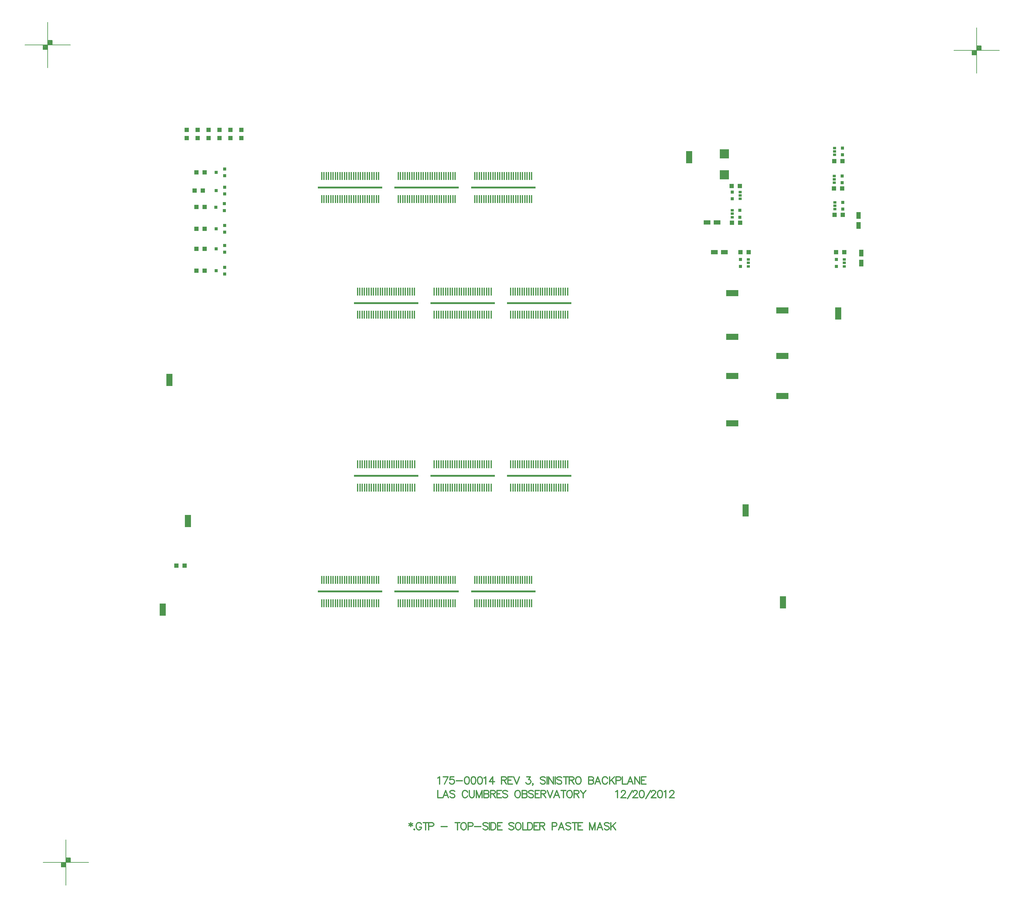
<source format=gtp>
%FSLAX23Y23*%
%MOIN*%
G70*
G01*
G75*
G04 Layer_Color=8421504*
%ADD10R,0.037X0.035*%
%ADD11R,0.037X0.035*%
%ADD12R,0.070X0.135*%
%ADD13R,0.036X0.036*%
%ADD14R,0.036X0.028*%
%ADD15R,0.100X0.100*%
%ADD16R,0.078X0.048*%
%ADD17R,0.050X0.050*%
%ADD18R,0.050X0.050*%
%ADD19R,0.016X0.085*%
%ADD20R,0.709X0.020*%
%ADD21R,0.048X0.078*%
%ADD22R,0.135X0.070*%
%ADD23C,0.010*%
%ADD24C,0.030*%
%ADD25C,0.050*%
%ADD26C,0.006*%
%ADD27C,0.012*%
%ADD28C,0.008*%
%ADD29C,0.012*%
%ADD30C,0.012*%
%ADD31C,0.050*%
%ADD32O,0.090X0.110*%
G04:AMPARAMS|DCode=33|XSize=90mil|YSize=110mil|CornerRadius=0mil|HoleSize=0mil|Usage=FLASHONLY|Rotation=231.428|XOffset=0mil|YOffset=0mil|HoleType=Round|Shape=Round|*
%AMOVALD33*
21,1,0.020,0.090,0.000,0.000,321.4*
1,1,0.090,-0.008,0.006*
1,1,0.090,0.008,-0.006*
%
%ADD33OVALD33*%

G04:AMPARAMS|DCode=34|XSize=90mil|YSize=110mil|CornerRadius=0mil|HoleSize=0mil|Usage=FLASHONLY|Rotation=282.856|XOffset=0mil|YOffset=0mil|HoleType=Round|Shape=Round|*
%AMOVALD34*
21,1,0.020,0.090,0.000,0.000,12.9*
1,1,0.090,-0.010,-0.002*
1,1,0.090,0.010,0.002*
%
%ADD34OVALD34*%

G04:AMPARAMS|DCode=35|XSize=90mil|YSize=110mil|CornerRadius=0mil|HoleSize=0mil|Usage=FLASHONLY|Rotation=334.284|XOffset=0mil|YOffset=0mil|HoleType=Round|Shape=Round|*
%AMOVALD35*
21,1,0.020,0.090,0.000,0.000,64.3*
1,1,0.090,-0.004,-0.009*
1,1,0.090,0.004,0.009*
%
%ADD35OVALD35*%

G04:AMPARAMS|DCode=36|XSize=90mil|YSize=110mil|CornerRadius=0mil|HoleSize=0mil|Usage=FLASHONLY|Rotation=25.712|XOffset=0mil|YOffset=0mil|HoleType=Round|Shape=Round|*
%AMOVALD36*
21,1,0.020,0.090,0.000,0.000,115.7*
1,1,0.090,0.004,-0.009*
1,1,0.090,-0.004,0.009*
%
%ADD36OVALD36*%

G04:AMPARAMS|DCode=37|XSize=90mil|YSize=110mil|CornerRadius=0mil|HoleSize=0mil|Usage=FLASHONLY|Rotation=77.140|XOffset=0mil|YOffset=0mil|HoleType=Round|Shape=Round|*
%AMOVALD37*
21,1,0.020,0.090,0.000,0.000,167.1*
1,1,0.090,0.010,-0.002*
1,1,0.090,-0.010,0.002*
%
%ADD37OVALD37*%

G04:AMPARAMS|DCode=38|XSize=90mil|YSize=110mil|CornerRadius=0mil|HoleSize=0mil|Usage=FLASHONLY|Rotation=128.568|XOffset=0mil|YOffset=0mil|HoleType=Round|Shape=Round|*
%AMOVALD38*
21,1,0.020,0.090,0.000,0.000,218.6*
1,1,0.090,0.008,0.006*
1,1,0.090,-0.008,-0.006*
%
%ADD38OVALD38*%

G04:AMPARAMS|DCode=39|XSize=90mil|YSize=110mil|CornerRadius=0mil|HoleSize=0mil|Usage=FLASHONLY|Rotation=207.692|XOffset=0mil|YOffset=0mil|HoleType=Round|Shape=Round|*
%AMOVALD39*
21,1,0.020,0.090,0.000,0.000,297.7*
1,1,0.090,-0.005,0.009*
1,1,0.090,0.005,-0.009*
%
%ADD39OVALD39*%

G04:AMPARAMS|DCode=40|XSize=90mil|YSize=110mil|CornerRadius=0mil|HoleSize=0mil|Usage=FLASHONLY|Rotation=235.384|XOffset=0mil|YOffset=0mil|HoleType=Round|Shape=Round|*
%AMOVALD40*
21,1,0.020,0.090,0.000,0.000,325.4*
1,1,0.090,-0.008,0.006*
1,1,0.090,0.008,-0.006*
%
%ADD40OVALD40*%

G04:AMPARAMS|DCode=41|XSize=90mil|YSize=110mil|CornerRadius=0mil|HoleSize=0mil|Usage=FLASHONLY|Rotation=263.076|XOffset=0mil|YOffset=0mil|HoleType=Round|Shape=Round|*
%AMOVALD41*
21,1,0.020,0.090,0.000,0.000,353.1*
1,1,0.090,-0.010,0.001*
1,1,0.090,0.010,-0.001*
%
%ADD41OVALD41*%

G04:AMPARAMS|DCode=42|XSize=90mil|YSize=110mil|CornerRadius=0mil|HoleSize=0mil|Usage=FLASHONLY|Rotation=290.768|XOffset=0mil|YOffset=0mil|HoleType=Round|Shape=Round|*
%AMOVALD42*
21,1,0.020,0.090,0.000,0.000,20.8*
1,1,0.090,-0.009,-0.004*
1,1,0.090,0.009,0.004*
%
%ADD42OVALD42*%

G04:AMPARAMS|DCode=43|XSize=90mil|YSize=110mil|CornerRadius=0mil|HoleSize=0mil|Usage=FLASHONLY|Rotation=318.460|XOffset=0mil|YOffset=0mil|HoleType=Round|Shape=Round|*
%AMOVALD43*
21,1,0.020,0.090,0.000,0.000,48.5*
1,1,0.090,-0.007,-0.007*
1,1,0.090,0.007,0.007*
%
%ADD43OVALD43*%

G04:AMPARAMS|DCode=44|XSize=90mil|YSize=110mil|CornerRadius=0mil|HoleSize=0mil|Usage=FLASHONLY|Rotation=346.152|XOffset=0mil|YOffset=0mil|HoleType=Round|Shape=Round|*
%AMOVALD44*
21,1,0.020,0.090,0.000,0.000,76.2*
1,1,0.090,-0.002,-0.010*
1,1,0.090,0.002,0.010*
%
%ADD44OVALD44*%

G04:AMPARAMS|DCode=45|XSize=90mil|YSize=110mil|CornerRadius=0mil|HoleSize=0mil|Usage=FLASHONLY|Rotation=13.844|XOffset=0mil|YOffset=0mil|HoleType=Round|Shape=Round|*
%AMOVALD45*
21,1,0.020,0.090,0.000,0.000,103.8*
1,1,0.090,0.002,-0.010*
1,1,0.090,-0.002,0.010*
%
%ADD45OVALD45*%

G04:AMPARAMS|DCode=46|XSize=90mil|YSize=110mil|CornerRadius=0mil|HoleSize=0mil|Usage=FLASHONLY|Rotation=41.536|XOffset=0mil|YOffset=0mil|HoleType=Round|Shape=Round|*
%AMOVALD46*
21,1,0.020,0.090,0.000,0.000,131.5*
1,1,0.090,0.007,-0.007*
1,1,0.090,-0.007,0.007*
%
%ADD46OVALD46*%

G04:AMPARAMS|DCode=47|XSize=90mil|YSize=110mil|CornerRadius=0mil|HoleSize=0mil|Usage=FLASHONLY|Rotation=69.228|XOffset=0mil|YOffset=0mil|HoleType=Round|Shape=Round|*
%AMOVALD47*
21,1,0.020,0.090,0.000,0.000,159.2*
1,1,0.090,0.009,-0.004*
1,1,0.090,-0.009,0.004*
%
%ADD47OVALD47*%

G04:AMPARAMS|DCode=48|XSize=90mil|YSize=110mil|CornerRadius=0mil|HoleSize=0mil|Usage=FLASHONLY|Rotation=96.920|XOffset=0mil|YOffset=0mil|HoleType=Round|Shape=Round|*
%AMOVALD48*
21,1,0.020,0.090,0.000,0.000,186.9*
1,1,0.090,0.010,0.001*
1,1,0.090,-0.010,-0.001*
%
%ADD48OVALD48*%

G04:AMPARAMS|DCode=49|XSize=90mil|YSize=110mil|CornerRadius=0mil|HoleSize=0mil|Usage=FLASHONLY|Rotation=124.612|XOffset=0mil|YOffset=0mil|HoleType=Round|Shape=Round|*
%AMOVALD49*
21,1,0.020,0.090,0.000,0.000,214.6*
1,1,0.090,0.008,0.006*
1,1,0.090,-0.008,-0.006*
%
%ADD49OVALD49*%

G04:AMPARAMS|DCode=50|XSize=90mil|YSize=110mil|CornerRadius=0mil|HoleSize=0mil|Usage=FLASHONLY|Rotation=152.304|XOffset=0mil|YOffset=0mil|HoleType=Round|Shape=Round|*
%AMOVALD50*
21,1,0.020,0.090,0.000,0.000,242.3*
1,1,0.090,0.005,0.009*
1,1,0.090,-0.005,-0.009*
%
%ADD50OVALD50*%

G04:AMPARAMS|DCode=51|XSize=90mil|YSize=110mil|CornerRadius=0mil|HoleSize=0mil|Usage=FLASHONLY|Rotation=198.000|XOffset=0mil|YOffset=0mil|HoleType=Round|Shape=Round|*
%AMOVALD51*
21,1,0.020,0.090,0.000,0.000,288.0*
1,1,0.090,-0.003,0.010*
1,1,0.090,0.003,-0.010*
%
%ADD51OVALD51*%

G04:AMPARAMS|DCode=52|XSize=90mil|YSize=110mil|CornerRadius=0mil|HoleSize=0mil|Usage=FLASHONLY|Rotation=216.000|XOffset=0mil|YOffset=0mil|HoleType=Round|Shape=Round|*
%AMOVALD52*
21,1,0.020,0.090,0.000,0.000,306.0*
1,1,0.090,-0.006,0.008*
1,1,0.090,0.006,-0.008*
%
%ADD52OVALD52*%

G04:AMPARAMS|DCode=53|XSize=90mil|YSize=110mil|CornerRadius=0mil|HoleSize=0mil|Usage=FLASHONLY|Rotation=234.000|XOffset=0mil|YOffset=0mil|HoleType=Round|Shape=Round|*
%AMOVALD53*
21,1,0.020,0.090,0.000,0.000,324.0*
1,1,0.090,-0.008,0.006*
1,1,0.090,0.008,-0.006*
%
%ADD53OVALD53*%

G04:AMPARAMS|DCode=54|XSize=90mil|YSize=110mil|CornerRadius=0mil|HoleSize=0mil|Usage=FLASHONLY|Rotation=252.000|XOffset=0mil|YOffset=0mil|HoleType=Round|Shape=Round|*
%AMOVALD54*
21,1,0.020,0.090,0.000,0.000,342.0*
1,1,0.090,-0.010,0.003*
1,1,0.090,0.010,-0.003*
%
%ADD54OVALD54*%

%ADD55O,0.110X0.090*%
G04:AMPARAMS|DCode=56|XSize=90mil|YSize=110mil|CornerRadius=0mil|HoleSize=0mil|Usage=FLASHONLY|Rotation=288.000|XOffset=0mil|YOffset=0mil|HoleType=Round|Shape=Round|*
%AMOVALD56*
21,1,0.020,0.090,0.000,0.000,18.0*
1,1,0.090,-0.010,-0.003*
1,1,0.090,0.010,0.003*
%
%ADD56OVALD56*%

G04:AMPARAMS|DCode=57|XSize=90mil|YSize=110mil|CornerRadius=0mil|HoleSize=0mil|Usage=FLASHONLY|Rotation=306.000|XOffset=0mil|YOffset=0mil|HoleType=Round|Shape=Round|*
%AMOVALD57*
21,1,0.020,0.090,0.000,0.000,36.0*
1,1,0.090,-0.008,-0.006*
1,1,0.090,0.008,0.006*
%
%ADD57OVALD57*%

G04:AMPARAMS|DCode=58|XSize=90mil|YSize=110mil|CornerRadius=0mil|HoleSize=0mil|Usage=FLASHONLY|Rotation=324.000|XOffset=0mil|YOffset=0mil|HoleType=Round|Shape=Round|*
%AMOVALD58*
21,1,0.020,0.090,0.000,0.000,54.0*
1,1,0.090,-0.006,-0.008*
1,1,0.090,0.006,0.008*
%
%ADD58OVALD58*%

G04:AMPARAMS|DCode=59|XSize=90mil|YSize=110mil|CornerRadius=0mil|HoleSize=0mil|Usage=FLASHONLY|Rotation=342.000|XOffset=0mil|YOffset=0mil|HoleType=Round|Shape=Round|*
%AMOVALD59*
21,1,0.020,0.090,0.000,0.000,72.0*
1,1,0.090,-0.003,-0.010*
1,1,0.090,0.003,0.010*
%
%ADD59OVALD59*%

%ADD60C,0.059*%
%ADD61R,0.059X0.059*%
%ADD62R,0.070X0.070*%
%ADD63C,0.070*%
%ADD64C,0.040*%
%ADD65C,0.236*%
%ADD66C,0.024*%
%ADD67C,0.010*%
%ADD68C,0.040*%
%ADD69C,0.065*%
G04:AMPARAMS|DCode=70|XSize=85mil|YSize=85mil|CornerRadius=0mil|HoleSize=0mil|Usage=FLASHONLY|Rotation=0.000|XOffset=0mil|YOffset=0mil|HoleType=Round|Shape=Relief|Width=10mil|Gap=10mil|Entries=4|*
%AMTHD70*
7,0,0,0.085,0.065,0.010,45*
%
%ADD70THD70*%
G04:AMPARAMS|DCode=71|XSize=130mil|YSize=130mil|CornerRadius=0mil|HoleSize=0mil|Usage=FLASHONLY|Rotation=0.000|XOffset=0mil|YOffset=0mil|HoleType=Round|Shape=Relief|Width=10mil|Gap=10mil|Entries=4|*
%AMTHD71*
7,0,0,0.130,0.110,0.010,45*
%
%ADD71THD71*%
%ADD72C,0.110*%
%ADD73C,0.079*%
G04:AMPARAMS|DCode=74|XSize=99.37mil|YSize=99.37mil|CornerRadius=0mil|HoleSize=0mil|Usage=FLASHONLY|Rotation=0.000|XOffset=0mil|YOffset=0mil|HoleType=Round|Shape=Relief|Width=10mil|Gap=10mil|Entries=4|*
%AMTHD74*
7,0,0,0.099,0.079,0.010,45*
%
%ADD74THD74*%
%ADD75C,0.075*%
%ADD76C,0.080*%
G04:AMPARAMS|DCode=77|XSize=95.433mil|YSize=95.433mil|CornerRadius=0mil|HoleSize=0mil|Usage=FLASHONLY|Rotation=0.000|XOffset=0mil|YOffset=0mil|HoleType=Round|Shape=Relief|Width=10mil|Gap=10mil|Entries=4|*
%AMTHD77*
7,0,0,0.095,0.075,0.010,45*
%
%ADD77THD77*%
%ADD78C,0.174*%
G04:AMPARAMS|DCode=79|XSize=70mil|YSize=70mil|CornerRadius=0mil|HoleSize=0mil|Usage=FLASHONLY|Rotation=0.000|XOffset=0mil|YOffset=0mil|HoleType=Round|Shape=Relief|Width=10mil|Gap=10mil|Entries=4|*
%AMTHD79*
7,0,0,0.070,0.050,0.010,45*
%
%ADD79THD79*%
%ADD80C,0.020*%
G04:AMPARAMS|DCode=81|XSize=100mil|YSize=100mil|CornerRadius=0mil|HoleSize=0mil|Usage=FLASHONLY|Rotation=0.000|XOffset=0mil|YOffset=0mil|HoleType=Round|Shape=Relief|Width=10mil|Gap=10mil|Entries=4|*
%AMTHD81*
7,0,0,0.100,0.080,0.010,45*
%
%ADD81THD81*%
%ADD82C,0.010*%
%ADD83C,0.008*%
%ADD84C,0.007*%
%ADD85R,0.257X0.178*%
%ADD86R,1.096X0.079*%
%ADD87R,1.496X0.079*%
%ADD88R,1.000X0.079*%
D10*
X29882Y25531D02*
D03*
X29975Y25493D02*
D03*
X29882Y26611D02*
D03*
X29975Y26573D02*
D03*
X29882Y26411D02*
D03*
X29975Y26373D02*
D03*
X29882Y25991D02*
D03*
X29975Y25953D02*
D03*
X29876Y26228D02*
D03*
X29969Y26191D02*
D03*
X29882Y25771D02*
D03*
X29975Y25733D02*
D03*
D11*
X29975Y25568D02*
D03*
Y26648D02*
D03*
Y26448D02*
D03*
Y26028D02*
D03*
X29969Y26266D02*
D03*
X29975Y25808D02*
D03*
D12*
X35695Y22898D02*
D03*
X29569Y22781D02*
D03*
X36711Y25061D02*
D03*
X35075Y26778D02*
D03*
X29368Y24329D02*
D03*
X36105Y21888D02*
D03*
X29295Y21808D02*
D03*
D13*
X35632Y26118D02*
D03*
Y26192D02*
D03*
X35547Y26393D02*
D03*
Y26319D02*
D03*
X36691Y25652D02*
D03*
Y25578D02*
D03*
X36758Y26804D02*
D03*
Y26878D02*
D03*
X35638Y25652D02*
D03*
Y25578D02*
D03*
X36753Y26497D02*
D03*
Y26571D02*
D03*
X36759Y26207D02*
D03*
Y26281D02*
D03*
D14*
X35546Y26155D02*
D03*
Y26118D02*
D03*
Y26192D02*
D03*
X35633Y26356D02*
D03*
Y26393D02*
D03*
Y26319D02*
D03*
X36777Y25615D02*
D03*
Y25652D02*
D03*
Y25578D02*
D03*
X36672Y26841D02*
D03*
Y26804D02*
D03*
Y26878D02*
D03*
X35724Y25615D02*
D03*
Y25652D02*
D03*
Y25578D02*
D03*
X36667Y26534D02*
D03*
Y26497D02*
D03*
Y26571D02*
D03*
X36673Y26244D02*
D03*
Y26207D02*
D03*
Y26281D02*
D03*
D15*
X35459Y26584D02*
D03*
Y26814D02*
D03*
D16*
X35352Y25733D02*
D03*
X35462D02*
D03*
X35380Y26059D02*
D03*
X35270D02*
D03*
D17*
X30158Y26987D02*
D03*
Y27077D02*
D03*
X29558Y26987D02*
D03*
Y27077D02*
D03*
X29678Y26987D02*
D03*
Y27077D02*
D03*
X29798Y26987D02*
D03*
Y27077D02*
D03*
X29918Y26987D02*
D03*
Y27077D02*
D03*
X30038Y26987D02*
D03*
Y27077D02*
D03*
D18*
X36670Y26142D02*
D03*
X36760D02*
D03*
X29664Y26611D02*
D03*
X29754D02*
D03*
X29644Y26411D02*
D03*
X29734D02*
D03*
X29664Y25991D02*
D03*
X29754D02*
D03*
X29664Y26231D02*
D03*
X29754D02*
D03*
X29664Y25771D02*
D03*
X29754D02*
D03*
X29664Y25531D02*
D03*
X29754D02*
D03*
X29444Y22291D02*
D03*
X29534D02*
D03*
X35632Y26460D02*
D03*
X35542D02*
D03*
X36778Y25732D02*
D03*
X36688D02*
D03*
X36668Y26734D02*
D03*
X36758D02*
D03*
X35727Y25733D02*
D03*
X35637D02*
D03*
X36663Y26433D02*
D03*
X36753D02*
D03*
X35544Y26055D02*
D03*
X35634D02*
D03*
D19*
X31040Y22132D02*
D03*
Y21877D02*
D03*
X31065Y22132D02*
D03*
Y21877D02*
D03*
X31090Y22132D02*
D03*
Y21877D02*
D03*
X31115Y22132D02*
D03*
Y21877D02*
D03*
X31140Y22132D02*
D03*
Y21877D02*
D03*
X31165Y22132D02*
D03*
Y21877D02*
D03*
X31190Y22132D02*
D03*
Y21877D02*
D03*
X31215Y22132D02*
D03*
Y21877D02*
D03*
X31240Y22132D02*
D03*
Y21877D02*
D03*
X31265Y22132D02*
D03*
Y21877D02*
D03*
X31290Y22132D02*
D03*
Y21877D02*
D03*
X31315Y22132D02*
D03*
Y21877D02*
D03*
X31340Y22132D02*
D03*
Y21877D02*
D03*
X31365Y22132D02*
D03*
Y21877D02*
D03*
X31390Y22132D02*
D03*
Y21877D02*
D03*
X31415Y22132D02*
D03*
Y21877D02*
D03*
X31440Y22132D02*
D03*
Y21877D02*
D03*
X31465Y22132D02*
D03*
Y21877D02*
D03*
X31490Y22132D02*
D03*
Y21877D02*
D03*
X31515Y22132D02*
D03*
Y21877D02*
D03*
X31540Y22132D02*
D03*
Y21877D02*
D03*
X31565Y22132D02*
D03*
Y21877D02*
D03*
X31590Y22132D02*
D03*
Y21877D02*
D03*
X31615Y22132D02*
D03*
Y21877D02*
D03*
X31640Y22132D02*
D03*
Y21877D02*
D03*
X31665Y22132D02*
D03*
Y21877D02*
D03*
X31880Y22132D02*
D03*
Y21877D02*
D03*
X31905Y22132D02*
D03*
Y21877D02*
D03*
X31930Y22132D02*
D03*
Y21877D02*
D03*
X31955Y22132D02*
D03*
Y21877D02*
D03*
X31980Y22132D02*
D03*
Y21877D02*
D03*
X32005Y22132D02*
D03*
Y21877D02*
D03*
X32030Y22132D02*
D03*
Y21877D02*
D03*
X32055Y22132D02*
D03*
Y21877D02*
D03*
X32080Y22132D02*
D03*
Y21877D02*
D03*
X32105Y22132D02*
D03*
Y21877D02*
D03*
X32130Y22132D02*
D03*
Y21877D02*
D03*
X32155Y22132D02*
D03*
Y21877D02*
D03*
X32180Y22132D02*
D03*
Y21877D02*
D03*
X32205Y22132D02*
D03*
Y21877D02*
D03*
X32230Y22132D02*
D03*
Y21877D02*
D03*
X32255Y22132D02*
D03*
Y21877D02*
D03*
X32280Y22132D02*
D03*
Y21877D02*
D03*
X32305Y22132D02*
D03*
Y21877D02*
D03*
X32330Y22132D02*
D03*
Y21877D02*
D03*
X32355Y22132D02*
D03*
Y21877D02*
D03*
X32380Y22132D02*
D03*
Y21877D02*
D03*
X32405Y22132D02*
D03*
Y21877D02*
D03*
X32430Y22132D02*
D03*
Y21877D02*
D03*
X32455Y22132D02*
D03*
Y21877D02*
D03*
X32480Y22132D02*
D03*
Y21877D02*
D03*
X32505Y22132D02*
D03*
Y21877D02*
D03*
X32720Y22132D02*
D03*
Y21877D02*
D03*
X32745Y22132D02*
D03*
Y21877D02*
D03*
X32770Y22132D02*
D03*
Y21877D02*
D03*
X32795Y22132D02*
D03*
Y21877D02*
D03*
X32820Y22132D02*
D03*
Y21877D02*
D03*
X32845Y22132D02*
D03*
Y21877D02*
D03*
X32870Y22132D02*
D03*
Y21877D02*
D03*
X32895Y22132D02*
D03*
Y21877D02*
D03*
X32920Y22132D02*
D03*
Y21877D02*
D03*
X32945Y22132D02*
D03*
Y21877D02*
D03*
X32970Y22132D02*
D03*
Y21877D02*
D03*
X32995Y22132D02*
D03*
Y21877D02*
D03*
X33020Y22132D02*
D03*
Y21877D02*
D03*
X33045Y22132D02*
D03*
Y21877D02*
D03*
X33070Y22132D02*
D03*
Y21877D02*
D03*
X33095Y22132D02*
D03*
Y21877D02*
D03*
X33120Y22132D02*
D03*
Y21877D02*
D03*
X33145Y22132D02*
D03*
Y21877D02*
D03*
X33170Y22132D02*
D03*
Y21877D02*
D03*
X33195Y22132D02*
D03*
Y21877D02*
D03*
X33220Y22132D02*
D03*
Y21877D02*
D03*
X33245Y22132D02*
D03*
Y21877D02*
D03*
X33270Y22132D02*
D03*
Y21877D02*
D03*
X33295Y22132D02*
D03*
Y21877D02*
D03*
X33320Y22132D02*
D03*
Y21877D02*
D03*
X33345Y22132D02*
D03*
Y21877D02*
D03*
X31040Y26571D02*
D03*
Y26315D02*
D03*
X31065Y26571D02*
D03*
Y26315D02*
D03*
X31090Y26571D02*
D03*
Y26315D02*
D03*
X31115Y26571D02*
D03*
Y26315D02*
D03*
X31140Y26571D02*
D03*
Y26315D02*
D03*
X31165Y26571D02*
D03*
Y26315D02*
D03*
X31190Y26571D02*
D03*
Y26315D02*
D03*
X31215Y26571D02*
D03*
Y26315D02*
D03*
X31240Y26571D02*
D03*
Y26315D02*
D03*
X31265Y26571D02*
D03*
Y26315D02*
D03*
X31290Y26571D02*
D03*
Y26315D02*
D03*
X31315Y26571D02*
D03*
Y26315D02*
D03*
X31340Y26571D02*
D03*
Y26315D02*
D03*
X31365Y26571D02*
D03*
Y26315D02*
D03*
X31390Y26571D02*
D03*
Y26315D02*
D03*
X31415Y26571D02*
D03*
Y26315D02*
D03*
X31440Y26571D02*
D03*
Y26315D02*
D03*
X31465Y26571D02*
D03*
Y26315D02*
D03*
X31490Y26571D02*
D03*
Y26315D02*
D03*
X31515Y26571D02*
D03*
Y26315D02*
D03*
X31540Y26571D02*
D03*
Y26315D02*
D03*
X31565Y26571D02*
D03*
Y26315D02*
D03*
X31590Y26571D02*
D03*
Y26315D02*
D03*
X31615Y26571D02*
D03*
Y26315D02*
D03*
X31640Y26571D02*
D03*
Y26315D02*
D03*
X31665Y26571D02*
D03*
Y26315D02*
D03*
X31880Y26571D02*
D03*
Y26315D02*
D03*
X31905Y26571D02*
D03*
Y26315D02*
D03*
X31930Y26571D02*
D03*
Y26315D02*
D03*
X31955Y26571D02*
D03*
Y26315D02*
D03*
X31980Y26571D02*
D03*
Y26315D02*
D03*
X32005Y26571D02*
D03*
Y26315D02*
D03*
X32030Y26571D02*
D03*
Y26315D02*
D03*
X32055Y26571D02*
D03*
Y26315D02*
D03*
X32080Y26571D02*
D03*
Y26315D02*
D03*
X32105Y26571D02*
D03*
Y26315D02*
D03*
X32130Y26571D02*
D03*
Y26315D02*
D03*
X32155Y26571D02*
D03*
Y26315D02*
D03*
X32180Y26571D02*
D03*
Y26315D02*
D03*
X32205Y26571D02*
D03*
Y26315D02*
D03*
X32230Y26571D02*
D03*
Y26315D02*
D03*
X32255Y26571D02*
D03*
Y26315D02*
D03*
X32280Y26571D02*
D03*
Y26315D02*
D03*
X32305Y26571D02*
D03*
Y26315D02*
D03*
X32330Y26571D02*
D03*
Y26315D02*
D03*
X32355Y26571D02*
D03*
Y26315D02*
D03*
X32380Y26571D02*
D03*
Y26315D02*
D03*
X32405Y26571D02*
D03*
Y26315D02*
D03*
X32430Y26571D02*
D03*
Y26315D02*
D03*
X32455Y26571D02*
D03*
Y26315D02*
D03*
X32480Y26571D02*
D03*
Y26315D02*
D03*
X32505Y26571D02*
D03*
Y26315D02*
D03*
X32720Y26571D02*
D03*
Y26315D02*
D03*
X32745Y26571D02*
D03*
Y26315D02*
D03*
X32770Y26571D02*
D03*
Y26315D02*
D03*
X32795Y26571D02*
D03*
Y26315D02*
D03*
X32820Y26571D02*
D03*
Y26315D02*
D03*
X32845Y26571D02*
D03*
Y26315D02*
D03*
X32870Y26571D02*
D03*
Y26315D02*
D03*
X32895Y26571D02*
D03*
Y26315D02*
D03*
X32920Y26571D02*
D03*
Y26315D02*
D03*
X32945Y26571D02*
D03*
Y26315D02*
D03*
X32970Y26571D02*
D03*
Y26315D02*
D03*
X32995Y26571D02*
D03*
Y26315D02*
D03*
X33020Y26571D02*
D03*
Y26315D02*
D03*
X33045Y26571D02*
D03*
Y26315D02*
D03*
X33070Y26571D02*
D03*
Y26315D02*
D03*
X33095Y26571D02*
D03*
Y26315D02*
D03*
X33120Y26571D02*
D03*
Y26315D02*
D03*
X33145Y26571D02*
D03*
Y26315D02*
D03*
X33170Y26571D02*
D03*
Y26315D02*
D03*
X33195Y26571D02*
D03*
Y26315D02*
D03*
X33220Y26571D02*
D03*
Y26315D02*
D03*
X33245Y26571D02*
D03*
Y26315D02*
D03*
X33270Y26571D02*
D03*
Y26315D02*
D03*
X33295Y26571D02*
D03*
Y26315D02*
D03*
X33320Y26571D02*
D03*
Y26315D02*
D03*
X33345Y26571D02*
D03*
Y26315D02*
D03*
X33739Y23147D02*
D03*
Y23402D02*
D03*
X33714Y23147D02*
D03*
Y23402D02*
D03*
X33689Y23147D02*
D03*
Y23402D02*
D03*
X33664Y23147D02*
D03*
Y23402D02*
D03*
X33639Y23147D02*
D03*
Y23402D02*
D03*
X33614Y23147D02*
D03*
Y23402D02*
D03*
X33589Y23147D02*
D03*
Y23402D02*
D03*
X33564Y23147D02*
D03*
Y23402D02*
D03*
X33539Y23147D02*
D03*
Y23402D02*
D03*
X33514Y23147D02*
D03*
Y23402D02*
D03*
X33489Y23147D02*
D03*
Y23402D02*
D03*
X33464Y23147D02*
D03*
Y23402D02*
D03*
X33439Y23147D02*
D03*
Y23402D02*
D03*
X33414Y23147D02*
D03*
Y23402D02*
D03*
X33389Y23147D02*
D03*
Y23402D02*
D03*
X33364Y23147D02*
D03*
Y23402D02*
D03*
X33339Y23147D02*
D03*
Y23402D02*
D03*
X33314Y23147D02*
D03*
Y23402D02*
D03*
X33289Y23147D02*
D03*
Y23402D02*
D03*
X33264Y23147D02*
D03*
Y23402D02*
D03*
X33239Y23147D02*
D03*
Y23402D02*
D03*
X33214Y23147D02*
D03*
Y23402D02*
D03*
X33189Y23147D02*
D03*
Y23402D02*
D03*
X33164Y23147D02*
D03*
Y23402D02*
D03*
X33139Y23147D02*
D03*
Y23402D02*
D03*
X33114Y23147D02*
D03*
Y23402D02*
D03*
X32899Y23147D02*
D03*
Y23402D02*
D03*
X32874Y23147D02*
D03*
Y23402D02*
D03*
X32849Y23147D02*
D03*
Y23402D02*
D03*
X32824Y23147D02*
D03*
Y23402D02*
D03*
X32799Y23147D02*
D03*
Y23402D02*
D03*
X32774Y23147D02*
D03*
Y23402D02*
D03*
X32749Y23147D02*
D03*
Y23402D02*
D03*
X32724Y23147D02*
D03*
Y23402D02*
D03*
X32699Y23147D02*
D03*
Y23402D02*
D03*
X32674Y23147D02*
D03*
Y23402D02*
D03*
X32649Y23147D02*
D03*
Y23402D02*
D03*
X32624Y23147D02*
D03*
Y23402D02*
D03*
X32599Y23147D02*
D03*
Y23402D02*
D03*
X32574Y23147D02*
D03*
Y23402D02*
D03*
X32549Y23147D02*
D03*
Y23402D02*
D03*
X32524Y23147D02*
D03*
Y23402D02*
D03*
X32499Y23147D02*
D03*
Y23402D02*
D03*
X32474Y23147D02*
D03*
Y23402D02*
D03*
X32449Y23147D02*
D03*
Y23402D02*
D03*
X32424Y23147D02*
D03*
Y23402D02*
D03*
X32399Y23147D02*
D03*
Y23402D02*
D03*
X32374Y23147D02*
D03*
Y23402D02*
D03*
X32349Y23147D02*
D03*
Y23402D02*
D03*
X32324Y23147D02*
D03*
Y23402D02*
D03*
X32299Y23147D02*
D03*
Y23402D02*
D03*
X32274Y23147D02*
D03*
Y23402D02*
D03*
X32059Y23147D02*
D03*
Y23402D02*
D03*
X32034Y23147D02*
D03*
Y23402D02*
D03*
X32009Y23147D02*
D03*
Y23402D02*
D03*
X31984Y23147D02*
D03*
Y23402D02*
D03*
X31959Y23147D02*
D03*
Y23402D02*
D03*
X31934Y23147D02*
D03*
Y23402D02*
D03*
X31909Y23147D02*
D03*
Y23402D02*
D03*
X31884Y23147D02*
D03*
Y23402D02*
D03*
X31859Y23147D02*
D03*
Y23402D02*
D03*
X31834Y23147D02*
D03*
Y23402D02*
D03*
X31809Y23147D02*
D03*
Y23402D02*
D03*
X31784Y23147D02*
D03*
Y23402D02*
D03*
X31759Y23147D02*
D03*
Y23402D02*
D03*
X31734Y23147D02*
D03*
Y23402D02*
D03*
X31709Y23147D02*
D03*
Y23402D02*
D03*
X31684Y23147D02*
D03*
Y23402D02*
D03*
X31659Y23147D02*
D03*
Y23402D02*
D03*
X31634Y23147D02*
D03*
Y23402D02*
D03*
X31609Y23147D02*
D03*
Y23402D02*
D03*
X31584Y23147D02*
D03*
Y23402D02*
D03*
X31559Y23147D02*
D03*
Y23402D02*
D03*
X31534Y23147D02*
D03*
Y23402D02*
D03*
X31509Y23147D02*
D03*
Y23402D02*
D03*
X31484Y23147D02*
D03*
Y23402D02*
D03*
X31459Y23147D02*
D03*
Y23402D02*
D03*
X31434Y23147D02*
D03*
Y23402D02*
D03*
X33739Y25045D02*
D03*
Y25300D02*
D03*
X33714Y25045D02*
D03*
Y25300D02*
D03*
X33689Y25045D02*
D03*
Y25300D02*
D03*
X33664Y25045D02*
D03*
Y25300D02*
D03*
X33639Y25045D02*
D03*
Y25300D02*
D03*
X33614Y25045D02*
D03*
Y25300D02*
D03*
X33589Y25045D02*
D03*
Y25300D02*
D03*
X33564Y25045D02*
D03*
Y25300D02*
D03*
X33539Y25045D02*
D03*
Y25300D02*
D03*
X33514Y25045D02*
D03*
Y25300D02*
D03*
X33489Y25045D02*
D03*
Y25300D02*
D03*
X33464Y25045D02*
D03*
Y25300D02*
D03*
X33439Y25045D02*
D03*
Y25300D02*
D03*
X33414Y25045D02*
D03*
Y25300D02*
D03*
X33389Y25045D02*
D03*
Y25300D02*
D03*
X33364Y25045D02*
D03*
Y25300D02*
D03*
X33339Y25045D02*
D03*
Y25300D02*
D03*
X33314Y25045D02*
D03*
Y25300D02*
D03*
X33289Y25045D02*
D03*
Y25300D02*
D03*
X33264Y25045D02*
D03*
Y25300D02*
D03*
X33239Y25045D02*
D03*
Y25300D02*
D03*
X33214Y25045D02*
D03*
Y25300D02*
D03*
X33189Y25045D02*
D03*
Y25300D02*
D03*
X33164Y25045D02*
D03*
Y25300D02*
D03*
X33139Y25045D02*
D03*
Y25300D02*
D03*
X33114Y25045D02*
D03*
Y25300D02*
D03*
X32899Y25045D02*
D03*
Y25300D02*
D03*
X32874Y25045D02*
D03*
Y25300D02*
D03*
X32849Y25045D02*
D03*
Y25300D02*
D03*
X32824Y25045D02*
D03*
Y25300D02*
D03*
X32799Y25045D02*
D03*
Y25300D02*
D03*
X32774Y25045D02*
D03*
Y25300D02*
D03*
X32749Y25045D02*
D03*
Y25300D02*
D03*
X32724Y25045D02*
D03*
Y25300D02*
D03*
X32699Y25045D02*
D03*
Y25300D02*
D03*
X32674Y25045D02*
D03*
Y25300D02*
D03*
X32649Y25045D02*
D03*
Y25300D02*
D03*
X32624Y25045D02*
D03*
Y25300D02*
D03*
X32599Y25045D02*
D03*
Y25300D02*
D03*
X32574Y25045D02*
D03*
Y25300D02*
D03*
X32549Y25045D02*
D03*
Y25300D02*
D03*
X32524Y25045D02*
D03*
Y25300D02*
D03*
X32499Y25045D02*
D03*
Y25300D02*
D03*
X32474Y25045D02*
D03*
Y25300D02*
D03*
X32449Y25045D02*
D03*
Y25300D02*
D03*
X32424Y25045D02*
D03*
Y25300D02*
D03*
X32399Y25045D02*
D03*
Y25300D02*
D03*
X32374Y25045D02*
D03*
Y25300D02*
D03*
X32349Y25045D02*
D03*
Y25300D02*
D03*
X32324Y25045D02*
D03*
Y25300D02*
D03*
X32299Y25045D02*
D03*
Y25300D02*
D03*
X32274Y25045D02*
D03*
Y25300D02*
D03*
X32058Y25045D02*
D03*
Y25300D02*
D03*
X32033Y25045D02*
D03*
Y25300D02*
D03*
X32008Y25045D02*
D03*
Y25300D02*
D03*
X31983Y25045D02*
D03*
Y25300D02*
D03*
X31958Y25045D02*
D03*
Y25300D02*
D03*
X31933Y25045D02*
D03*
Y25300D02*
D03*
X31908Y25045D02*
D03*
Y25300D02*
D03*
X31883Y25045D02*
D03*
Y25300D02*
D03*
X31858Y25045D02*
D03*
Y25300D02*
D03*
X31833Y25045D02*
D03*
Y25300D02*
D03*
X31808Y25045D02*
D03*
Y25300D02*
D03*
X31783Y25045D02*
D03*
Y25300D02*
D03*
X31758Y25045D02*
D03*
Y25300D02*
D03*
X31733Y25045D02*
D03*
Y25300D02*
D03*
X31708Y25045D02*
D03*
Y25300D02*
D03*
X31683Y25045D02*
D03*
Y25300D02*
D03*
X31658Y25045D02*
D03*
Y25300D02*
D03*
X31633Y25045D02*
D03*
Y25300D02*
D03*
X31608Y25045D02*
D03*
Y25300D02*
D03*
X31583Y25045D02*
D03*
Y25300D02*
D03*
X31558Y25045D02*
D03*
Y25300D02*
D03*
X31533Y25045D02*
D03*
Y25300D02*
D03*
X31508Y25045D02*
D03*
Y25300D02*
D03*
X31483Y25045D02*
D03*
Y25300D02*
D03*
X31458Y25045D02*
D03*
Y25300D02*
D03*
X31433Y25045D02*
D03*
Y25300D02*
D03*
D20*
X31352Y22005D02*
D03*
X32192D02*
D03*
X33033D02*
D03*
X31352Y26443D02*
D03*
X32192D02*
D03*
X33033D02*
D03*
X33426Y23275D02*
D03*
X32586D02*
D03*
X31746D02*
D03*
X33426Y25173D02*
D03*
X32586D02*
D03*
X31746D02*
D03*
D21*
X36933Y26027D02*
D03*
Y26137D02*
D03*
X36963Y25723D02*
D03*
Y25613D02*
D03*
D22*
X35548Y24374D02*
D03*
Y23854D02*
D03*
X36098Y25094D02*
D03*
X35548Y25284D02*
D03*
X36098Y24594D02*
D03*
X35548Y24804D02*
D03*
X36098Y24154D02*
D03*
D28*
X28229Y18781D02*
Y19281D01*
X27979Y19031D02*
X28479D01*
X28179Y18981D02*
X28229D01*
X28179D02*
Y19031D01*
X28229Y19081D02*
X28279D01*
Y19031D02*
Y19081D01*
X28234Y19036D02*
Y19076D01*
X28274D01*
Y19036D02*
Y19076D01*
X28234Y19036D02*
X28274D01*
X28239Y19041D02*
Y19071D01*
X28269D01*
Y19041D02*
Y19071D01*
X28244Y19041D02*
X28269D01*
X28244Y19046D02*
Y19066D01*
X28264D01*
Y19046D02*
Y19066D01*
X28249Y19046D02*
X28264D01*
X28249Y19051D02*
Y19061D01*
X28259D01*
Y19051D02*
Y19061D01*
X28249Y19051D02*
X28259D01*
X28254D02*
Y19061D01*
X28184Y18986D02*
Y19026D01*
X28224D01*
Y18986D02*
Y19026D01*
X28184Y18986D02*
X28224D01*
X28189Y18991D02*
Y19021D01*
X28219D01*
Y18991D02*
Y19021D01*
X28194Y18991D02*
X28219D01*
X28194Y18996D02*
Y19016D01*
X28214D01*
Y18996D02*
Y19016D01*
X28199Y18996D02*
X28214D01*
X28199Y19001D02*
Y19011D01*
X28209D01*
Y19001D02*
Y19011D01*
X28199Y19001D02*
X28209D01*
X28204D02*
Y19011D01*
X28029Y27761D02*
Y28261D01*
X27779Y28011D02*
X28279D01*
X27979Y27961D02*
X28029D01*
X27979D02*
Y28011D01*
X28029Y28061D02*
X28079D01*
Y28011D02*
Y28061D01*
X28034Y28016D02*
Y28056D01*
X28074D01*
Y28016D02*
Y28056D01*
X28034Y28016D02*
X28074D01*
X28039Y28021D02*
Y28051D01*
X28069D01*
Y28021D02*
Y28051D01*
X28044Y28021D02*
X28069D01*
X28044Y28026D02*
Y28046D01*
X28064D01*
Y28026D02*
Y28046D01*
X28049Y28026D02*
X28064D01*
X28049Y28031D02*
Y28041D01*
X28059D01*
Y28031D02*
Y28041D01*
X28049Y28031D02*
X28059D01*
X28054D02*
Y28041D01*
X27984Y27966D02*
Y28006D01*
X28024D01*
Y27966D02*
Y28006D01*
X27984Y27966D02*
X28024D01*
X27989Y27971D02*
Y28001D01*
X28019D01*
Y27971D02*
Y28001D01*
X27994Y27971D02*
X28019D01*
X27994Y27976D02*
Y27996D01*
X28014D01*
Y27976D02*
Y27996D01*
X27999Y27976D02*
X28014D01*
X27999Y27981D02*
Y27991D01*
X28009D01*
Y27981D02*
Y27991D01*
X27999Y27981D02*
X28009D01*
X28004D02*
Y27991D01*
X38229Y27701D02*
Y28201D01*
X37979Y27951D02*
X38479D01*
X38179Y27901D02*
X38229D01*
X38179D02*
Y27951D01*
X38229Y28001D02*
X38279D01*
Y27951D02*
Y28001D01*
X38234Y27956D02*
Y27996D01*
X38274D01*
Y27956D02*
Y27996D01*
X38234Y27956D02*
X38274D01*
X38239Y27961D02*
Y27991D01*
X38269D01*
Y27961D02*
Y27991D01*
X38244Y27961D02*
X38269D01*
X38244Y27966D02*
Y27986D01*
X38264D01*
Y27966D02*
Y27986D01*
X38249Y27966D02*
X38264D01*
X38249Y27971D02*
Y27981D01*
X38259D01*
Y27971D02*
Y27981D01*
X38249Y27971D02*
X38259D01*
X38254D02*
Y27981D01*
X38184Y27906D02*
Y27946D01*
X38224D01*
Y27906D02*
Y27946D01*
X38184Y27906D02*
X38224D01*
X38189Y27911D02*
Y27941D01*
X38219D01*
Y27911D02*
Y27941D01*
X38194Y27911D02*
X38219D01*
X38194Y27916D02*
Y27936D01*
X38214D01*
Y27916D02*
Y27936D01*
X38199Y27916D02*
X38214D01*
X38199Y27921D02*
Y27931D01*
X38209D01*
Y27921D02*
Y27931D01*
X38199Y27921D02*
X38209D01*
X38204D02*
Y27931D01*
D29*
X32314Y19820D02*
Y19740D01*
X32360D01*
X32430D02*
X32399Y19820D01*
X32369Y19740D01*
X32380Y19767D02*
X32418D01*
X32502Y19809D02*
X32494Y19817D01*
X32483Y19820D01*
X32468D01*
X32456Y19817D01*
X32448Y19809D01*
Y19801D01*
X32452Y19794D01*
X32456Y19790D01*
X32464Y19786D01*
X32487Y19779D01*
X32494Y19775D01*
X32498Y19771D01*
X32502Y19763D01*
Y19752D01*
X32494Y19744D01*
X32483Y19740D01*
X32468D01*
X32456Y19744D01*
X32448Y19752D01*
X32640Y19801D02*
X32636Y19809D01*
X32628Y19817D01*
X32621Y19820D01*
X32605D01*
X32598Y19817D01*
X32590Y19809D01*
X32586Y19801D01*
X32583Y19790D01*
Y19771D01*
X32586Y19759D01*
X32590Y19752D01*
X32598Y19744D01*
X32605Y19740D01*
X32621D01*
X32628Y19744D01*
X32636Y19752D01*
X32640Y19759D01*
X32662Y19820D02*
Y19763D01*
X32666Y19752D01*
X32674Y19744D01*
X32685Y19740D01*
X32693D01*
X32704Y19744D01*
X32712Y19752D01*
X32715Y19763D01*
Y19820D01*
X32738D02*
Y19740D01*
Y19820D02*
X32768Y19740D01*
X32799Y19820D02*
X32768Y19740D01*
X32799Y19820D02*
Y19740D01*
X32821Y19820D02*
Y19740D01*
Y19820D02*
X32856D01*
X32867Y19817D01*
X32871Y19813D01*
X32875Y19805D01*
Y19798D01*
X32871Y19790D01*
X32867Y19786D01*
X32856Y19782D01*
X32821D02*
X32856D01*
X32867Y19779D01*
X32871Y19775D01*
X32875Y19767D01*
Y19756D01*
X32871Y19748D01*
X32867Y19744D01*
X32856Y19740D01*
X32821D01*
X32893Y19820D02*
Y19740D01*
Y19820D02*
X32927D01*
X32938Y19817D01*
X32942Y19813D01*
X32946Y19805D01*
Y19798D01*
X32942Y19790D01*
X32938Y19786D01*
X32927Y19782D01*
X32893D01*
X32919D02*
X32946Y19740D01*
X33013Y19820D02*
X32964D01*
Y19740D01*
X33013D01*
X32964Y19782D02*
X32994D01*
X33080Y19809D02*
X33072Y19817D01*
X33061Y19820D01*
X33046D01*
X33034Y19817D01*
X33027Y19809D01*
Y19801D01*
X33030Y19794D01*
X33034Y19790D01*
X33042Y19786D01*
X33065Y19779D01*
X33072Y19775D01*
X33076Y19771D01*
X33080Y19763D01*
Y19752D01*
X33072Y19744D01*
X33061Y19740D01*
X33046D01*
X33034Y19744D01*
X33027Y19752D01*
X33184Y19820D02*
X33176Y19817D01*
X33168Y19809D01*
X33165Y19801D01*
X33161Y19790D01*
Y19771D01*
X33165Y19759D01*
X33168Y19752D01*
X33176Y19744D01*
X33184Y19740D01*
X33199D01*
X33206Y19744D01*
X33214Y19752D01*
X33218Y19759D01*
X33222Y19771D01*
Y19790D01*
X33218Y19801D01*
X33214Y19809D01*
X33206Y19817D01*
X33199Y19820D01*
X33184D01*
X33240D02*
Y19740D01*
Y19820D02*
X33275D01*
X33286Y19817D01*
X33290Y19813D01*
X33294Y19805D01*
Y19798D01*
X33290Y19790D01*
X33286Y19786D01*
X33275Y19782D01*
X33240D02*
X33275D01*
X33286Y19779D01*
X33290Y19775D01*
X33294Y19767D01*
Y19756D01*
X33290Y19748D01*
X33286Y19744D01*
X33275Y19740D01*
X33240D01*
X33365Y19809D02*
X33357Y19817D01*
X33346Y19820D01*
X33331D01*
X33319Y19817D01*
X33312Y19809D01*
Y19801D01*
X33315Y19794D01*
X33319Y19790D01*
X33327Y19786D01*
X33350Y19779D01*
X33357Y19775D01*
X33361Y19771D01*
X33365Y19763D01*
Y19752D01*
X33357Y19744D01*
X33346Y19740D01*
X33331D01*
X33319Y19744D01*
X33312Y19752D01*
X33432Y19820D02*
X33383D01*
Y19740D01*
X33432D01*
X33383Y19782D02*
X33413D01*
X33446Y19820D02*
Y19740D01*
Y19820D02*
X33480D01*
X33491Y19817D01*
X33495Y19813D01*
X33499Y19805D01*
Y19798D01*
X33495Y19790D01*
X33491Y19786D01*
X33480Y19782D01*
X33446D01*
X33472D02*
X33499Y19740D01*
X33517Y19820D02*
X33547Y19740D01*
X33578Y19820D02*
X33547Y19740D01*
X33649D02*
X33619Y19820D01*
X33588Y19740D01*
X33599Y19767D02*
X33638D01*
X33694Y19820D02*
Y19740D01*
X33668Y19820D02*
X33721D01*
X33753D02*
X33746Y19817D01*
X33738Y19809D01*
X33734Y19801D01*
X33731Y19790D01*
Y19771D01*
X33734Y19759D01*
X33738Y19752D01*
X33746Y19744D01*
X33753Y19740D01*
X33769D01*
X33776Y19744D01*
X33784Y19752D01*
X33788Y19759D01*
X33791Y19771D01*
Y19790D01*
X33788Y19801D01*
X33784Y19809D01*
X33776Y19817D01*
X33769Y19820D01*
X33753D01*
X33810D02*
Y19740D01*
Y19820D02*
X33844D01*
X33856Y19817D01*
X33860Y19813D01*
X33863Y19805D01*
Y19798D01*
X33860Y19790D01*
X33856Y19786D01*
X33844Y19782D01*
X33810D01*
X33837D02*
X33863Y19740D01*
X33881Y19820D02*
X33912Y19782D01*
Y19740D01*
X33942Y19820D02*
X33912Y19782D01*
X34267Y19805D02*
X34274Y19809D01*
X34286Y19820D01*
Y19740D01*
X34329Y19801D02*
Y19805D01*
X34333Y19813D01*
X34337Y19817D01*
X34344Y19820D01*
X34360D01*
X34367Y19817D01*
X34371Y19813D01*
X34375Y19805D01*
Y19798D01*
X34371Y19790D01*
X34364Y19779D01*
X34325Y19740D01*
X34379D01*
X34397Y19729D02*
X34450Y19820D01*
X34459Y19801D02*
Y19805D01*
X34463Y19813D01*
X34467Y19817D01*
X34474Y19820D01*
X34490D01*
X34497Y19817D01*
X34501Y19813D01*
X34505Y19805D01*
Y19798D01*
X34501Y19790D01*
X34493Y19779D01*
X34455Y19740D01*
X34509D01*
X34549Y19820D02*
X34538Y19817D01*
X34530Y19805D01*
X34527Y19786D01*
Y19775D01*
X34530Y19756D01*
X34538Y19744D01*
X34549Y19740D01*
X34557D01*
X34568Y19744D01*
X34576Y19756D01*
X34580Y19775D01*
Y19786D01*
X34576Y19805D01*
X34568Y19817D01*
X34557Y19820D01*
X34549D01*
X34598Y19729D02*
X34651Y19820D01*
X34660Y19801D02*
Y19805D01*
X34664Y19813D01*
X34668Y19817D01*
X34675Y19820D01*
X34691D01*
X34698Y19817D01*
X34702Y19813D01*
X34706Y19805D01*
Y19798D01*
X34702Y19790D01*
X34694Y19779D01*
X34656Y19740D01*
X34710D01*
X34750Y19820D02*
X34739Y19817D01*
X34731Y19805D01*
X34728Y19786D01*
Y19775D01*
X34731Y19756D01*
X34739Y19744D01*
X34750Y19740D01*
X34758D01*
X34770Y19744D01*
X34777Y19756D01*
X34781Y19775D01*
Y19786D01*
X34777Y19805D01*
X34770Y19817D01*
X34758Y19820D01*
X34750D01*
X34799Y19805D02*
X34806Y19809D01*
X34818Y19820D01*
Y19740D01*
X34861Y19801D02*
Y19805D01*
X34865Y19813D01*
X34869Y19817D01*
X34877Y19820D01*
X34892D01*
X34899Y19817D01*
X34903Y19813D01*
X34907Y19805D01*
Y19798D01*
X34903Y19790D01*
X34896Y19779D01*
X34858Y19740D01*
X34911D01*
D30*
X32017Y19468D02*
Y19422D01*
X31998Y19456D02*
X32036Y19433D01*
Y19456D02*
X31998Y19433D01*
X32056Y19395D02*
X32052Y19392D01*
X32056Y19388D01*
X32060Y19392D01*
X32056Y19395D01*
X32134Y19449D02*
X32130Y19456D01*
X32123Y19464D01*
X32115Y19468D01*
X32100D01*
X32092Y19464D01*
X32085Y19456D01*
X32081Y19449D01*
X32077Y19437D01*
Y19418D01*
X32081Y19407D01*
X32085Y19399D01*
X32092Y19392D01*
X32100Y19388D01*
X32115D01*
X32123Y19392D01*
X32130Y19399D01*
X32134Y19407D01*
Y19418D01*
X32115D02*
X32134D01*
X32179Y19468D02*
Y19388D01*
X32153Y19468D02*
X32206D01*
X32215Y19426D02*
X32250D01*
X32261Y19430D01*
X32265Y19433D01*
X32269Y19441D01*
Y19452D01*
X32265Y19460D01*
X32261Y19464D01*
X32250Y19468D01*
X32215D01*
Y19388D01*
X32349Y19422D02*
X32418D01*
X32531Y19468D02*
Y19388D01*
X32504Y19468D02*
X32558D01*
X32590D02*
X32583Y19464D01*
X32575Y19456D01*
X32571Y19449D01*
X32567Y19437D01*
Y19418D01*
X32571Y19407D01*
X32575Y19399D01*
X32583Y19392D01*
X32590Y19388D01*
X32605D01*
X32613Y19392D01*
X32621Y19399D01*
X32624Y19407D01*
X32628Y19418D01*
Y19437D01*
X32624Y19449D01*
X32621Y19456D01*
X32613Y19464D01*
X32605Y19468D01*
X32590D01*
X32647Y19426D02*
X32681D01*
X32693Y19430D01*
X32696Y19433D01*
X32700Y19441D01*
Y19452D01*
X32696Y19460D01*
X32693Y19464D01*
X32681Y19468D01*
X32647D01*
Y19388D01*
X32718Y19422D02*
X32787D01*
X32864Y19456D02*
X32856Y19464D01*
X32845Y19468D01*
X32829D01*
X32818Y19464D01*
X32810Y19456D01*
Y19449D01*
X32814Y19441D01*
X32818Y19437D01*
X32826Y19433D01*
X32848Y19426D01*
X32856Y19422D01*
X32860Y19418D01*
X32864Y19411D01*
Y19399D01*
X32856Y19392D01*
X32845Y19388D01*
X32829D01*
X32818Y19392D01*
X32810Y19399D01*
X32882Y19468D02*
Y19388D01*
X32898Y19468D02*
Y19388D01*
Y19468D02*
X32925D01*
X32936Y19464D01*
X32944Y19456D01*
X32948Y19449D01*
X32952Y19437D01*
Y19418D01*
X32948Y19407D01*
X32944Y19399D01*
X32936Y19392D01*
X32925Y19388D01*
X32898D01*
X33019Y19468D02*
X32970D01*
Y19388D01*
X33019D01*
X32970Y19430D02*
X33000D01*
X33149Y19456D02*
X33141Y19464D01*
X33129Y19468D01*
X33114D01*
X33103Y19464D01*
X33095Y19456D01*
Y19449D01*
X33099Y19441D01*
X33103Y19437D01*
X33110Y19433D01*
X33133Y19426D01*
X33141Y19422D01*
X33145Y19418D01*
X33149Y19411D01*
Y19399D01*
X33141Y19392D01*
X33129Y19388D01*
X33114D01*
X33103Y19392D01*
X33095Y19399D01*
X33189Y19468D02*
X33182Y19464D01*
X33174Y19456D01*
X33170Y19449D01*
X33166Y19437D01*
Y19418D01*
X33170Y19407D01*
X33174Y19399D01*
X33182Y19392D01*
X33189Y19388D01*
X33205D01*
X33212Y19392D01*
X33220Y19399D01*
X33224Y19407D01*
X33227Y19418D01*
Y19437D01*
X33224Y19449D01*
X33220Y19456D01*
X33212Y19464D01*
X33205Y19468D01*
X33189D01*
X33246D02*
Y19388D01*
X33292D01*
X33301Y19468D02*
Y19388D01*
Y19468D02*
X33327D01*
X33339Y19464D01*
X33346Y19456D01*
X33350Y19449D01*
X33354Y19437D01*
Y19418D01*
X33350Y19407D01*
X33346Y19399D01*
X33339Y19392D01*
X33327Y19388D01*
X33301D01*
X33421Y19468D02*
X33372D01*
Y19388D01*
X33421D01*
X33372Y19430D02*
X33402D01*
X33435Y19468D02*
Y19388D01*
Y19468D02*
X33469D01*
X33480Y19464D01*
X33484Y19460D01*
X33488Y19452D01*
Y19445D01*
X33484Y19437D01*
X33480Y19433D01*
X33469Y19430D01*
X33435D01*
X33461D02*
X33488Y19388D01*
X33569Y19426D02*
X33603D01*
X33614Y19430D01*
X33618Y19433D01*
X33622Y19441D01*
Y19452D01*
X33618Y19460D01*
X33614Y19464D01*
X33603Y19468D01*
X33569D01*
Y19388D01*
X33701D02*
X33670Y19468D01*
X33640Y19388D01*
X33651Y19414D02*
X33689D01*
X33773Y19456D02*
X33765Y19464D01*
X33754Y19468D01*
X33739D01*
X33727Y19464D01*
X33719Y19456D01*
Y19449D01*
X33723Y19441D01*
X33727Y19437D01*
X33735Y19433D01*
X33758Y19426D01*
X33765Y19422D01*
X33769Y19418D01*
X33773Y19411D01*
Y19399D01*
X33765Y19392D01*
X33754Y19388D01*
X33739D01*
X33727Y19392D01*
X33719Y19399D01*
X33817Y19468D02*
Y19388D01*
X33791Y19468D02*
X33844D01*
X33903D02*
X33854D01*
Y19388D01*
X33903D01*
X33854Y19430D02*
X33884D01*
X33979Y19468D02*
Y19388D01*
Y19468D02*
X34010Y19388D01*
X34040Y19468D02*
X34010Y19388D01*
X34040Y19468D02*
Y19388D01*
X34124D02*
X34093Y19468D01*
X34063Y19388D01*
X34074Y19414D02*
X34113D01*
X34196Y19456D02*
X34188Y19464D01*
X34177Y19468D01*
X34162D01*
X34150Y19464D01*
X34143Y19456D01*
Y19449D01*
X34146Y19441D01*
X34150Y19437D01*
X34158Y19433D01*
X34181Y19426D01*
X34188Y19422D01*
X34192Y19418D01*
X34196Y19411D01*
Y19399D01*
X34188Y19392D01*
X34177Y19388D01*
X34162D01*
X34150Y19392D01*
X34143Y19399D01*
X34214Y19468D02*
Y19388D01*
X34267Y19468D02*
X34214Y19414D01*
X34233Y19433D02*
X34267Y19388D01*
X32314Y19955D02*
X32322Y19959D01*
X32333Y19970D01*
Y19890D01*
X32426Y19970D02*
X32388Y19890D01*
X32373Y19970D02*
X32426D01*
X32490D02*
X32452D01*
X32448Y19936D01*
X32452Y19940D01*
X32463Y19944D01*
X32475D01*
X32486Y19940D01*
X32494Y19932D01*
X32498Y19921D01*
Y19913D01*
X32494Y19902D01*
X32486Y19894D01*
X32475Y19890D01*
X32463D01*
X32452Y19894D01*
X32448Y19898D01*
X32444Y19906D01*
X32516Y19925D02*
X32584D01*
X32631Y19970D02*
X32619Y19967D01*
X32612Y19955D01*
X32608Y19936D01*
Y19925D01*
X32612Y19906D01*
X32619Y19894D01*
X32631Y19890D01*
X32638D01*
X32650Y19894D01*
X32657Y19906D01*
X32661Y19925D01*
Y19936D01*
X32657Y19955D01*
X32650Y19967D01*
X32638Y19970D01*
X32631D01*
X32702D02*
X32690Y19967D01*
X32683Y19955D01*
X32679Y19936D01*
Y19925D01*
X32683Y19906D01*
X32690Y19894D01*
X32702Y19890D01*
X32709D01*
X32721Y19894D01*
X32728Y19906D01*
X32732Y19925D01*
Y19936D01*
X32728Y19955D01*
X32721Y19967D01*
X32709Y19970D01*
X32702D01*
X32773D02*
X32762Y19967D01*
X32754Y19955D01*
X32750Y19936D01*
Y19925D01*
X32754Y19906D01*
X32762Y19894D01*
X32773Y19890D01*
X32781D01*
X32792Y19894D01*
X32800Y19906D01*
X32803Y19925D01*
Y19936D01*
X32800Y19955D01*
X32792Y19967D01*
X32781Y19970D01*
X32773D01*
X32821Y19955D02*
X32829Y19959D01*
X32840Y19970D01*
Y19890D01*
X32918Y19970D02*
X32880Y19917D01*
X32937D01*
X32918Y19970D02*
Y19890D01*
X33014Y19970D02*
Y19890D01*
Y19970D02*
X33048D01*
X33060Y19967D01*
X33064Y19963D01*
X33067Y19955D01*
Y19948D01*
X33064Y19940D01*
X33060Y19936D01*
X33048Y19932D01*
X33014D01*
X33041D02*
X33067Y19890D01*
X33135Y19970D02*
X33085D01*
Y19890D01*
X33135D01*
X33085Y19932D02*
X33116D01*
X33148Y19970D02*
X33179Y19890D01*
X33209Y19970D02*
X33179Y19890D01*
X33290Y19970D02*
X33332D01*
X33309Y19940D01*
X33320D01*
X33328Y19936D01*
X33332Y19932D01*
X33336Y19921D01*
Y19913D01*
X33332Y19902D01*
X33324Y19894D01*
X33313Y19890D01*
X33301D01*
X33290Y19894D01*
X33286Y19898D01*
X33282Y19906D01*
X33361Y19894D02*
X33357Y19890D01*
X33353Y19894D01*
X33357Y19898D01*
X33361Y19894D01*
Y19887D01*
X33357Y19879D01*
X33353Y19875D01*
X33495Y19959D02*
X33487Y19967D01*
X33476Y19970D01*
X33460D01*
X33449Y19967D01*
X33441Y19959D01*
Y19951D01*
X33445Y19944D01*
X33449Y19940D01*
X33457Y19936D01*
X33480Y19929D01*
X33487Y19925D01*
X33491Y19921D01*
X33495Y19913D01*
Y19902D01*
X33487Y19894D01*
X33476Y19890D01*
X33460D01*
X33449Y19894D01*
X33441Y19902D01*
X33513Y19970D02*
Y19890D01*
X33529Y19970D02*
Y19890D01*
Y19970D02*
X33583Y19890D01*
Y19970D02*
Y19890D01*
X33605Y19970D02*
Y19890D01*
X33675Y19959D02*
X33667Y19967D01*
X33656Y19970D01*
X33641D01*
X33629Y19967D01*
X33622Y19959D01*
Y19951D01*
X33625Y19944D01*
X33629Y19940D01*
X33637Y19936D01*
X33660Y19929D01*
X33667Y19925D01*
X33671Y19921D01*
X33675Y19913D01*
Y19902D01*
X33667Y19894D01*
X33656Y19890D01*
X33641D01*
X33629Y19894D01*
X33622Y19902D01*
X33719Y19970D02*
Y19890D01*
X33693Y19970D02*
X33746D01*
X33756D02*
Y19890D01*
Y19970D02*
X33790D01*
X33801Y19967D01*
X33805Y19963D01*
X33809Y19955D01*
Y19948D01*
X33805Y19940D01*
X33801Y19936D01*
X33790Y19932D01*
X33756D01*
X33782D02*
X33809Y19890D01*
X33850Y19970D02*
X33842Y19967D01*
X33834Y19959D01*
X33831Y19951D01*
X33827Y19940D01*
Y19921D01*
X33831Y19910D01*
X33834Y19902D01*
X33842Y19894D01*
X33850Y19890D01*
X33865D01*
X33873Y19894D01*
X33880Y19902D01*
X33884Y19910D01*
X33888Y19921D01*
Y19940D01*
X33884Y19951D01*
X33880Y19959D01*
X33873Y19967D01*
X33865Y19970D01*
X33850D01*
X33969D02*
Y19890D01*
Y19970D02*
X34004D01*
X34015Y19967D01*
X34019Y19963D01*
X34023Y19955D01*
Y19948D01*
X34019Y19940D01*
X34015Y19936D01*
X34004Y19932D01*
X33969D02*
X34004D01*
X34015Y19929D01*
X34019Y19925D01*
X34023Y19917D01*
Y19906D01*
X34019Y19898D01*
X34015Y19894D01*
X34004Y19890D01*
X33969D01*
X34101D02*
X34071Y19970D01*
X34041Y19890D01*
X34052Y19917D02*
X34090D01*
X34177Y19951D02*
X34173Y19959D01*
X34166Y19967D01*
X34158Y19970D01*
X34143D01*
X34135Y19967D01*
X34128Y19959D01*
X34124Y19951D01*
X34120Y19940D01*
Y19921D01*
X34124Y19910D01*
X34128Y19902D01*
X34135Y19894D01*
X34143Y19890D01*
X34158D01*
X34166Y19894D01*
X34173Y19902D01*
X34177Y19910D01*
X34200Y19970D02*
Y19890D01*
X34253Y19970D02*
X34200Y19917D01*
X34219Y19936D02*
X34253Y19890D01*
X34271Y19929D02*
X34305D01*
X34317Y19932D01*
X34320Y19936D01*
X34324Y19944D01*
Y19955D01*
X34320Y19963D01*
X34317Y19967D01*
X34305Y19970D01*
X34271D01*
Y19890D01*
X34342Y19970D02*
Y19890D01*
X34388D01*
X34458D02*
X34427Y19970D01*
X34397Y19890D01*
X34408Y19917D02*
X34446D01*
X34476Y19970D02*
Y19890D01*
Y19970D02*
X34530Y19890D01*
Y19970D02*
Y19890D01*
X34601Y19970D02*
X34552D01*
Y19890D01*
X34601D01*
X34552Y19932D02*
X34582D01*
M02*

</source>
